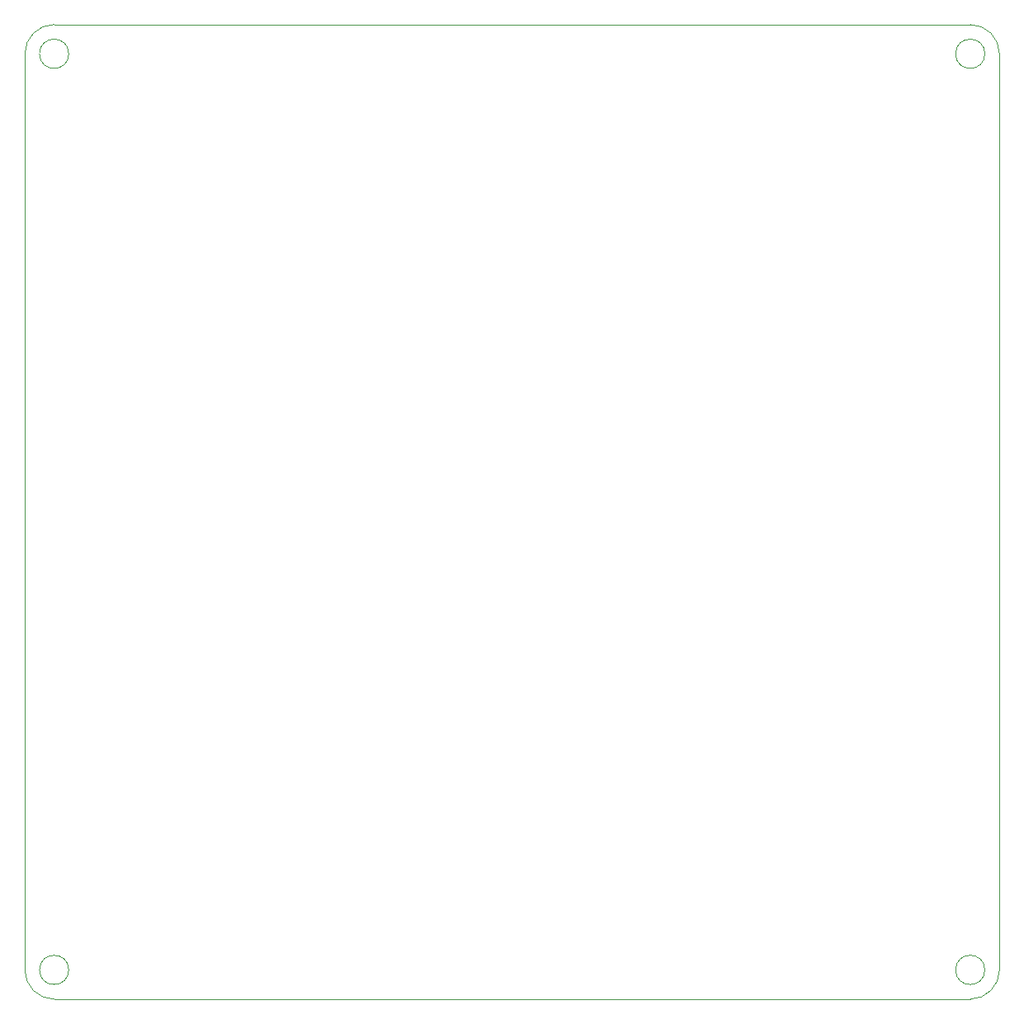
<source format=gbr>
%TF.GenerationSoftware,KiCad,Pcbnew,(7.0.0-rc1-56-g82a1175d72)*%
%TF.CreationDate,2023-05-08T22:11:16+09:00*%
%TF.ProjectId,E_Load,455f4c6f-6164-42e6-9b69-6361645f7063,rev?*%
%TF.SameCoordinates,Original*%
%TF.FileFunction,Profile,NP*%
%FSLAX46Y46*%
G04 Gerber Fmt 4.6, Leading zero omitted, Abs format (unit mm)*
G04 Created by KiCad (PCBNEW (7.0.0-rc1-56-g82a1175d72)) date 2023-05-08 22:11:16*
%MOMM*%
%LPD*%
G01*
G04 APERTURE LIST*
%TA.AperFunction,Profile*%
%ADD10C,0.100000*%
%TD*%
G04 APERTURE END LIST*
D10*
X197000000Y-150000000D02*
X103000000Y-150000000D01*
X104500000Y-147000000D02*
G75*
G03*
X104500000Y-147000000I-1500000J0D01*
G01*
X100000000Y-147000000D02*
X100000000Y-53000000D01*
X103000000Y-50000000D02*
G75*
G03*
X100000000Y-53000000I0J-3000000D01*
G01*
X100000000Y-147000000D02*
G75*
G03*
X103000000Y-150000000I3000000J0D01*
G01*
X104500000Y-53000000D02*
G75*
G03*
X104500000Y-53000000I-1500000J0D01*
G01*
X200000000Y-53000000D02*
G75*
G03*
X197000000Y-50000000I-3000000J0D01*
G01*
X200000000Y-53000000D02*
X200000000Y-147000000D01*
X198500000Y-147000000D02*
G75*
G03*
X198500000Y-147000000I-1500000J0D01*
G01*
X197000000Y-150000000D02*
G75*
G03*
X200000000Y-147000000I0J3000000D01*
G01*
X103000000Y-50000000D02*
X197000000Y-50000000D01*
X198500000Y-53000000D02*
G75*
G03*
X198500000Y-53000000I-1500000J0D01*
G01*
M02*

</source>
